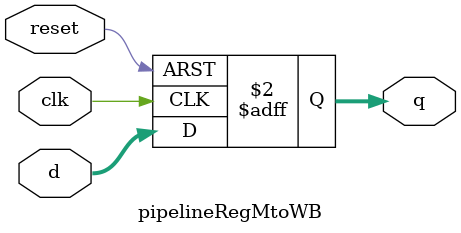
<source format=sv>
module pipelineRegMtoWB #(parameter WIDTH = 8)(input logic clk, reset,
															 input logic  [WIDTH-1:0] d,
															 output logic [WIDTH-1:0] q);

			always_ff @(posedge clk, posedge reset)
				begin
					if (reset) 
						q <= 0;
					else 	   
						q <= d;
				end		
endmodule
</source>
